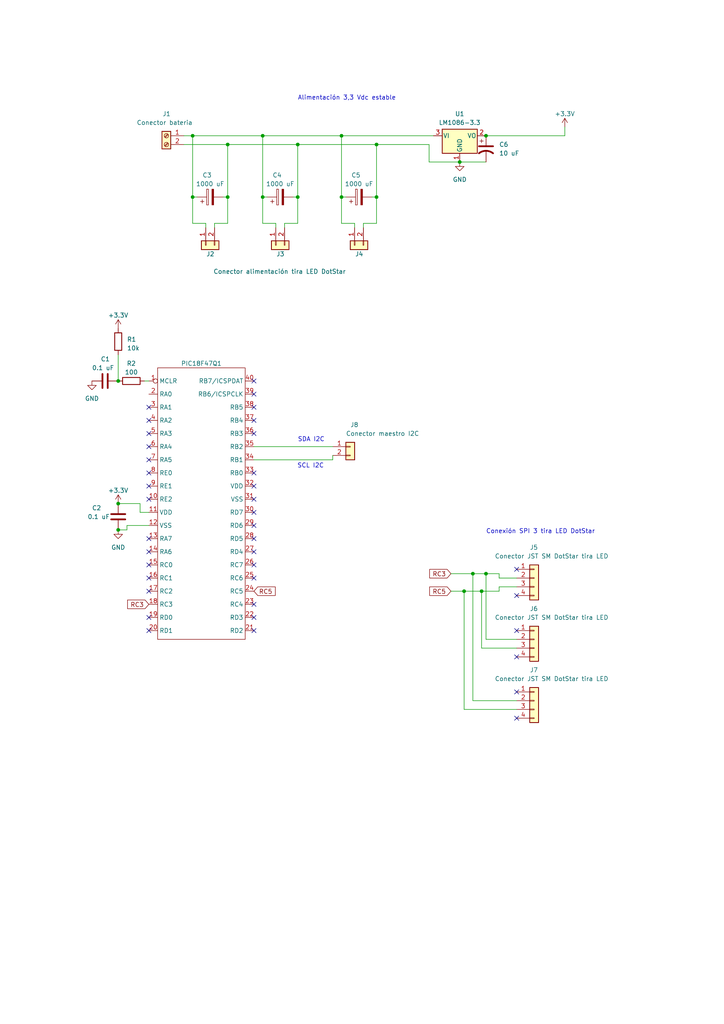
<source format=kicad_sch>
(kicad_sch (version 20230121) (generator eeschema)
  (paper "A4" portrait)
  (lib_symbols
    (symbol "Connector:Screw_Terminal_01x02" (pin_names (offset 1.016) hide)
      (property "Reference" "J" (at 0 2.54 0))
      (property "Value" "Screw_Terminal_01x02" (at 0 -5.08 0))
      (symbol "Screw_Terminal_01x02_1_1"
        (rectangle (start -1.27 1.27) (end 1.27 -3.81) (stroke (width 0.254)) (fill (type background)))
        (circle (center 0 -2.54) (radius 0.635) (stroke (width 0.1524)))
        (polyline (pts (xy -0.5334 -2.2098) (xy 0.3302 -3.048)) (stroke (width 0.1524)))
        (polyline (pts (xy -0.5334 0.3302) (xy 0.3302 -0.508)) (stroke (width 0.1524)))
        (polyline (pts (xy -0.3556 -2.032) (xy 0.508 -2.8702)) (stroke (width 0.1524)))
        (polyline (pts (xy -0.3556 0.508) (xy 0.508 -0.3302)) (stroke (width 0.1524)))
        (circle (center 0 0) (radius 0.635) (stroke (width 0.1524)))
        (pin passive line (at -5.08 0 0) (length 3.81) (name "Pin_1") (number "1"))
        (pin passive line (at -5.08 -2.54 0) (length 3.81) (name "Pin_2") (number "2"))
      )
    )
    (symbol "Connector_Generic:Conn_01x02" (pin_names (offset 1.016) hide)
      (property "Reference" "J" (at 0 2.54 0))
      (property "Value" "Conn_01x02" (at 0 -5.08 0))
      (symbol "Conn_01x02_1_1"
        (rectangle (start -1.27 -2.413) (end 0 -2.667) (stroke (width 0.1524)))
        (rectangle (start -1.27 0.127) (end 0 -0.127) (stroke (width 0.1524)))
        (rectangle (start -1.27 1.27) (end 1.27 -3.81) (stroke (width 0.254)) (fill (type background)))
        (pin passive line (at -5.08 0 0) (length 3.81) (name "Pin_1") (number "1"))
        (pin passive line (at -5.08 -2.54 0) (length 3.81) (name "Pin_2") (number "2"))
      )
    )
    (symbol "Connector_Generic:Conn_01x04" (pin_names (offset 1.016) hide)
      (property "Reference" "J" (at 0 5.08 0))
      (property "Value" "Conn_01x04" (at 0 -7.62 0))
      (symbol "Conn_01x04_1_1"
        (rectangle (start -1.27 -4.953) (end 0 -5.207) (stroke (width 0.1524)))
        (rectangle (start -1.27 -2.413) (end 0 -2.667) (stroke (width 0.1524)))
        (rectangle (start -1.27 0.127) (end 0 -0.127) (stroke (width 0.1524)))
        (rectangle (start -1.27 2.667) (end 0 2.413) (stroke (width 0.1524)))
        (rectangle (start -1.27 3.81) (end 1.27 -6.35) (stroke (width 0.254)) (fill (type background)))
        (pin passive line (at -5.08 2.54 0) (length 3.81) (name "Pin_1") (number "1"))
        (pin passive line (at -5.08 0 0) (length 3.81) (name "Pin_2") (number "2"))
        (pin passive line (at -5.08 -2.54 0) (length 3.81) (name "Pin_3") (number "3"))
        (pin passive line (at -5.08 -5.08 0) (length 3.81) (name "Pin_4") (number "4"))
      )
    )
    (symbol "Device:C" (pin_numbers hide) (pin_names (offset 0.254))
      (property "Reference" "C" (at 0.635 2.54 0))
      (property "Value" "C" (at 0.635 -2.54 0))
      (symbol "C_0_1"
        (polyline (pts (xy -2.032 -0.762) (xy 2.032 -0.762)) (stroke (width 0.508)))
        (polyline (pts (xy -2.032 0.762) (xy 2.032 0.762)) (stroke (width 0.508)))
      )
      (symbol "C_1_1"
        (pin passive line (at 0 3.81 270) (length 2.794) (name "~") (number "1"))
        (pin passive line (at 0 -3.81 90) (length 2.794) (name "~") (number "2"))
      )
    )
    (symbol "Device:C_Polarized" (pin_numbers hide) (pin_names (offset 0.254))
      (property "Reference" "C" (at 0.635 2.54 0))
      (property "Value" "C_Polarized" (at 0.635 -2.54 0))
      (symbol "C_Polarized_0_1"
        (rectangle (start -2.286 0.508) (end 2.286 1.016))
        (polyline (pts (xy -1.778 2.286) (xy -0.762 2.286)))
        (polyline (pts (xy -1.27 2.794) (xy -1.27 1.778)))
        (rectangle (start 2.286 -0.508) (end -2.286 -1.016) (fill (type outline)))
      )
      (symbol "C_Polarized_1_1"
        (pin passive line (at 0 3.81 270) (length 2.794) (name "~") (number "1"))
        (pin passive line (at 0 -3.81 90) (length 2.794) (name "~") (number "2"))
      )
    )
    (symbol "Device:C_Polarized_US" (pin_numbers hide) (pin_names (offset 0.254) hide)
      (property "Reference" "C" (at 0.635 2.54 0))
      (property "Value" "C_Polarized_US" (at 0.635 -2.54 0))
      (symbol "C_Polarized_US_0_1"
        (polyline (pts (xy -2.032 0.762) (xy 2.032 0.762)) (stroke (width 0.508)))
        (polyline (pts (xy -1.778 2.286) (xy -0.762 2.286)))
        (polyline (pts (xy -1.27 1.778) (xy -1.27 2.794)))
        (arc (start 2.032 -1.27) (mid 0 -0.5572) (end -2.032 -1.27) (stroke (width 0.508)))
      )
      (symbol "C_Polarized_US_1_1"
        (pin passive line (at 0 3.81 270) (length 2.794) (name "~") (number "1"))
        (pin passive line (at 0 -3.81 90) (length 3.302) (name "~") (number "2"))
      )
    )
    (symbol "Device:R" (pin_numbers hide) (pin_names (offset 0))
      (property "Reference" "R" (at 2.032 0 90))
      (property "Value" "R" (at 0 0 90))
      (symbol "R_0_1"
        (rectangle (start -1.016 -2.54) (end 1.016 2.54) (stroke (width 0.254)))
      )
      (symbol "R_1_1"
        (pin passive line (at 0 3.81 270) (length 1.27) (name "~") (number "1"))
        (pin passive line (at 0 -3.81 90) (length 1.27) (name "~") (number "2"))
      )
    )
    (symbol "PIC18F47Q10:PIC18F47Q10"
      (property "Reference" "PIC18F47Q10" (at 1.27 67.31 0))
      (symbol "PIC18F47Q10_0_1"
        (rectangle (start -11.43 66.04) (end 13.97 -12.7))
      )
      (symbol "PIC18F47Q10_1_1"
        (pin bidirectional inverted (at -13.97 62.23 0) (length 2.54) (name "MCLR") (number "1"))
        (pin bidirectional line (at -13.97 27.94 0) (length 2.54) (name "RE2") (number "10"))
        (pin power_in line (at -13.97 24.13 0) (length 2.54) (name "VDD") (number "11"))
        (pin power_in line (at -13.97 20.32 0) (length 2.54) (name "VSS") (number "12"))
        (pin bidirectional line (at -13.97 16.51 0) (length 2.54) (name "RA7") (number "13"))
        (pin bidirectional line (at -13.97 12.7 0) (length 2.54) (name "RA6") (number "14"))
        (pin bidirectional line (at -13.97 8.89 0) (length 2.54) (name "RC0") (number "15"))
        (pin bidirectional line (at -13.97 5.08 0) (length 2.54) (name "RC1") (number "16"))
        (pin bidirectional line (at -13.97 1.27 0) (length 2.54) (name "RC2") (number "17"))
        (pin bidirectional line (at -13.97 -2.54 0) (length 2.54) (name "RC3") (number "18"))
        (pin bidirectional line (at -13.97 -6.35 0) (length 2.54) (name "RD0") (number "19"))
        (pin bidirectional line (at -13.97 58.42 0) (length 2.54) (name "RA0") (number "2"))
        (pin bidirectional line (at -13.97 -10.16 0) (length 2.54) (name "RD1") (number "20"))
        (pin bidirectional line (at 16.51 -10.16 180) (length 2.54) (name "RD2") (number "21"))
        (pin bidirectional line (at 16.51 -6.35 180) (length 2.54) (name "RD3") (number "22"))
        (pin bidirectional line (at 16.51 -2.54 180) (length 2.54) (name "RC4") (number "23"))
        (pin bidirectional line (at 16.51 1.27 180) (length 2.54) (name "RC5") (number "24"))
        (pin bidirectional line (at 16.51 5.08 180) (length 2.54) (name "RC6") (number "25"))
        (pin bidirectional line (at 16.51 8.89 180) (length 2.54) (name "RC7") (number "26"))
        (pin bidirectional line (at 16.51 12.7 180) (length 2.54) (name "RD4") (number "27"))
        (pin bidirectional line (at 16.51 16.51 180) (length 2.54) (name "RD5") (number "28"))
        (pin bidirectional line (at 16.51 20.32 180) (length 2.54) (name "RD6") (number "29"))
        (pin bidirectional line (at -13.97 54.61 0) (length 2.54) (name "RA1") (number "3"))
        (pin bidirectional line (at 16.51 24.13 180) (length 2.54) (name "RD7") (number "30"))
        (pin power_in line (at 16.51 27.94 180) (length 2.54) (name "VSS") (number "31"))
        (pin power_in line (at 16.51 31.75 180) (length 2.54) (name "VDD") (number "32"))
        (pin bidirectional line (at 16.51 35.56 180) (length 2.54) (name "RB0") (number "33"))
        (pin bidirectional line (at 16.51 39.37 180) (length 2.54) (name "RB1") (number "34"))
        (pin bidirectional line (at 16.51 43.18 180) (length 2.54) (name "RB2") (number "35"))
        (pin bidirectional line (at 16.51 46.99 180) (length 2.54) (name "RB3") (number "36"))
        (pin bidirectional line (at 16.51 50.8 180) (length 2.54) (name "RB4") (number "37"))
        (pin bidirectional line (at 16.51 54.61 180) (length 2.54) (name "RB5") (number "38"))
        (pin bidirectional line (at 16.51 58.42 180) (length 2.54) (name "RB6/ICSPCLK") (number "39"))
        (pin bidirectional line (at -13.97 50.8 0) (length 2.54) (name "RA2") (number "4"))
        (pin bidirectional line (at 16.51 62.23 180) (length 2.54) (name "RB7/ICSPDAT") (number "40"))
        (pin bidirectional line (at -13.97 46.99 0) (length 2.54) (name "RA3") (number "5"))
        (pin bidirectional line (at -13.97 43.18 0) (length 2.54) (name "RA4") (number "6"))
        (pin bidirectional line (at -13.97 39.37 0) (length 2.54) (name "RA5") (number "7"))
        (pin bidirectional line (at -13.97 35.56 0) (length 2.54) (name "RE0") (number "8"))
        (pin bidirectional line (at -13.97 31.75 0) (length 2.54) (name "RE1") (number "9"))
      )
    )
    (symbol "Regulator_Linear:LM1084-3.3" (pin_names (offset 0.254))
      (property "Reference" "U" (at -3.81 3.175 0))
      (property "Value" "LM1084-3.3" (at 0 3.175 0))
      (symbol "LM1084-3.3_0_1"
        (rectangle (start -5.08 1.905) (end 5.08 -5.08) (stroke (width 0.254)) (fill (type background)))
      )
      (symbol "LM1084-3.3_1_1"
        (pin power_in line (at 0 -7.62 90) (length 2.54) (name "GND") (number "1"))
        (pin power_out line (at 7.62 0 180) (length 2.54) (name "VO") (number "2"))
        (pin power_in line (at -7.62 0 0) (length 2.54) (name "VI") (number "3"))
      )
    )
    (symbol "power:+3.3V" (power) (pin_names (offset 0))
      (property "Value" "+3.3V" (at 0 3.556 0))
      (symbol "+3.3V_0_1"
        (polyline (pts (xy -0.762 1.27) (xy 0 2.54)))
        (polyline (pts (xy 0 0) (xy 0 2.54)))
        (polyline (pts (xy 0 2.54) (xy 0.762 1.27)))
      )
      (symbol "+3.3V_1_1"
        (pin power_in line (at 0 0 90) (length 0) hide (name "+3.3V") (number "1"))
      )
    )
    (symbol "power:GND" (power) (pin_names (offset 0))
      (property "Value" "GND" (at 0 -3.81 0))
      (symbol "GND_0_1"
        (polyline (pts (xy 0 0) (xy 0 -1.27) (xy 1.27 -1.27) (xy 0 -2.54) (xy -1.27 -1.27) (xy 0 -1.27)))
      )
      (symbol "GND_1_1"
        (pin power_in line (at 0 0 270) (length 0) hide (name "GND") (number "1"))
      )
    )
  )
  (junction (at 109.22 57.15))
  (junction (at 140.97 166.37))
  (junction (at 134.62 171.45))
  (junction (at 140.97 39.37))
  (junction (at 139.7 171.45))
  (junction (at 66.04 57.15))
  (junction (at 133.35 46.99))
  (junction (at 99.06 39.37))
  (junction (at 55.88 39.37))
  (junction (at 76.2 39.37))
  (junction (at 66.04 41.91))
  (junction (at 109.22 41.91))
  (junction (at 86.36 57.15))
  (junction (at 34.29 146.05))
  (junction (at 86.36 41.91))
  (junction (at 137.16 166.37))
  (junction (at 55.88 57.15))
  (junction (at 34.29 110.49))
  (junction (at 76.2 57.15))
  (junction (at 34.29 153.67))
  (junction (at 99.06 57.15))
  (no_connect (at 73.66 167.64))
  (no_connect (at 73.66 114.3))
  (no_connect (at 73.66 179.07))
  (no_connect (at 43.18 182.88))
  (no_connect (at 43.18 163.83))
  (no_connect (at 43.18 137.16))
  (no_connect (at 73.66 125.73))
  (no_connect (at 149.86 200.66))
  (no_connect (at 43.18 133.35))
  (no_connect (at 73.66 163.83))
  (no_connect (at 73.66 121.92))
  (no_connect (at 149.86 190.5))
  (no_connect (at 149.86 165.1))
  (no_connect (at 43.18 167.64))
  (no_connect (at 73.66 160.02))
  (no_connect (at 43.18 125.73))
  (no_connect (at 43.18 129.54))
  (no_connect (at 73.66 182.88))
  (no_connect (at 43.18 160.02))
  (no_connect (at 43.18 144.78))
  (no_connect (at 73.66 137.16))
  (no_connect (at 43.18 118.11))
  (no_connect (at 149.86 182.88))
  (no_connect (at 43.18 140.97))
  (no_connect (at 73.66 148.59))
  (no_connect (at 43.18 156.21))
  (no_connect (at 73.66 152.4))
  (no_connect (at 73.66 110.49))
  (no_connect (at 73.66 144.78))
  (no_connect (at 149.86 208.28))
  (no_connect (at 73.66 175.26))
  (no_connect (at 43.18 121.92))
  (no_connect (at 73.66 118.11))
  (no_connect (at 73.66 140.97))
  (no_connect (at 149.86 172.72))
  (no_connect (at 43.18 171.45))
  (no_connect (at 43.18 179.07))
  (no_connect (at 73.66 156.21))
  (wire (pts (xy 53.34 39.37) (xy 55.88 39.37)))
  (wire (pts (xy 139.7 171.45) (xy 144.78 171.45)))
  (wire (pts (xy 55.88 39.37) (xy 76.2 39.37)))
  (wire (pts (xy 34.29 146.05) (xy 40.64 146.05)))
  (wire (pts (xy 99.06 39.37) (xy 99.06 57.15)))
  (wire (pts (xy 53.34 41.91) (xy 66.04 41.91)))
  (wire (pts (xy 82.55 64.77) (xy 86.36 64.77)))
  (wire (pts (xy 86.36 41.91) (xy 86.36 57.15)))
  (wire (pts (xy 62.23 64.77) (xy 66.04 64.77)))
  (wire (pts (xy 140.97 166.37) (xy 144.78 166.37)))
  (wire (pts (xy 105.41 64.77) (xy 109.22 64.77)))
  (wire (pts (xy 55.88 39.37) (xy 55.88 57.15)))
  (wire (pts (xy 76.2 39.37) (xy 76.2 57.15)))
  (wire (pts (xy 62.23 66.04) (xy 62.23 64.77)))
  (wire (pts (xy 96.52 133.35) (xy 96.52 132.08)))
  (wire (pts (xy 102.87 66.04) (xy 102.87 64.77)))
  (wire (pts (xy 99.06 57.15) (xy 100.33 57.15)))
  (wire (pts (xy 76.2 57.15) (xy 77.47 57.15)))
  (wire (pts (xy 163.83 36.83) (xy 163.83 39.37)))
  (wire (pts (xy 140.97 185.42) (xy 149.86 185.42)))
  (wire (pts (xy 76.2 64.77) (xy 76.2 57.15)))
  (wire (pts (xy 105.41 66.04) (xy 105.41 64.77)))
  (wire (pts (xy 144.78 167.64) (xy 149.86 167.64)))
  (wire (pts (xy 139.7 187.96) (xy 139.7 171.45)))
  (wire (pts (xy 133.35 46.99) (xy 140.97 46.99)))
  (wire (pts (xy 41.91 110.49) (xy 43.18 110.49)))
  (wire (pts (xy 102.87 64.77) (xy 99.06 64.77)))
  (wire (pts (xy 82.55 66.04) (xy 82.55 64.77)))
  (wire (pts (xy 109.22 41.91) (xy 124.46 41.91)))
  (wire (pts (xy 134.62 171.45) (xy 134.62 205.74)))
  (wire (pts (xy 66.04 41.91) (xy 86.36 41.91)))
  (wire (pts (xy 64.77 57.15) (xy 66.04 57.15)))
  (wire (pts (xy 43.18 148.59) (xy 40.64 148.59)))
  (wire (pts (xy 73.66 129.54) (xy 96.52 129.54)))
  (wire (pts (xy 59.69 64.77) (xy 55.88 64.77)))
  (wire (pts (xy 80.01 64.77) (xy 76.2 64.77)))
  (wire (pts (xy 124.46 46.99) (xy 133.35 46.99)))
  (wire (pts (xy 137.16 166.37) (xy 140.97 166.37)))
  (wire (pts (xy 36.83 153.67) (xy 34.29 153.67)))
  (wire (pts (xy 66.04 41.91) (xy 66.04 57.15)))
  (wire (pts (xy 140.97 185.42) (xy 140.97 166.37)))
  (wire (pts (xy 140.97 39.37) (xy 163.83 39.37)))
  (wire (pts (xy 86.36 57.15) (xy 86.36 64.77)))
  (wire (pts (xy 73.66 133.35) (xy 96.52 133.35)))
  (wire (pts (xy 144.78 171.45) (xy 144.78 170.18)))
  (wire (pts (xy 55.88 64.77) (xy 55.88 57.15)))
  (wire (pts (xy 130.81 166.37) (xy 137.16 166.37)))
  (wire (pts (xy 43.18 152.4) (xy 36.83 152.4)))
  (wire (pts (xy 130.81 171.45) (xy 134.62 171.45)))
  (wire (pts (xy 59.69 66.04) (xy 59.69 64.77)))
  (wire (pts (xy 99.06 64.77) (xy 99.06 57.15)))
  (wire (pts (xy 55.88 57.15) (xy 57.15 57.15)))
  (wire (pts (xy 144.78 170.18) (xy 149.86 170.18)))
  (wire (pts (xy 66.04 57.15) (xy 66.04 64.77)))
  (wire (pts (xy 109.22 57.15) (xy 109.22 64.77)))
  (wire (pts (xy 144.78 166.37) (xy 144.78 167.64)))
  (wire (pts (xy 107.95 57.15) (xy 109.22 57.15)))
  (wire (pts (xy 85.09 57.15) (xy 86.36 57.15)))
  (wire (pts (xy 139.7 187.96) (xy 149.86 187.96)))
  (wire (pts (xy 40.64 146.05) (xy 40.64 148.59)))
  (wire (pts (xy 34.29 102.87) (xy 34.29 110.49)))
  (wire (pts (xy 86.36 41.91) (xy 109.22 41.91)))
  (wire (pts (xy 134.62 171.45) (xy 139.7 171.45)))
  (wire (pts (xy 76.2 39.37) (xy 99.06 39.37)))
  (wire (pts (xy 137.16 203.2) (xy 137.16 166.37)))
  (wire (pts (xy 137.16 203.2) (xy 149.86 203.2)))
  (wire (pts (xy 124.46 41.91) (xy 124.46 46.99)))
  (wire (pts (xy 36.83 152.4) (xy 36.83 153.67)))
  (wire (pts (xy 109.22 41.91) (xy 109.22 57.15)))
  (wire (pts (xy 99.06 39.37) (xy 125.73 39.37)))
  (wire (pts (xy 149.86 205.74) (xy 134.62 205.74)))
  (wire (pts (xy 80.01 66.04) (xy 80.01 64.77)))
  (text "SCL I2C" (at 93.98 135.89 0) (effects (font (size 1.27 1.27)) (justify right bottom)))
  (text "Alimentación 3,3 Vdc estable" (at 86.36 29.21 0) (effects (font (size 1.27 1.27)) (justify left bottom)))
  (text "SDA I2C" (at 86.36 128.27 0) (effects (font (size 1.27 1.27)) (justify left bottom)))
  (text "Conexión SPI 3 tira LED DotStar" (at 140.97 154.94 0) (effects (font (size 1.27 1.27)) (justify left bottom)))
  (global_label "RC3" (shape input) (at 130.81 166.37 180) (property "Intersheetrefs" "${INTERSHEET_REFS}" (effects hide)))
  (global_label "RC5" (shape input) (at 130.81 171.45 180) (property "Intersheetrefs" "${INTERSHEET_REFS}" (effects hide)))
  (global_label "RC3" (shape input) (at 43.18 175.26 180) (property "Intersheetrefs" "${INTERSHEET_REFS}" (effects hide)))
  (global_label "RC5" (shape input) (at 73.66 171.45 0) (property "Intersheetrefs" "${INTERSHEET_REFS}" (effects hide)))
  (symbol (lib_id "power:+3.3V") (at 163.83 36.83 0) (unit 1)
    (property "Reference" "#PWR09" (effects hide))
    (property "Value" "+3.3V" (at 163.83 33.02 0))
  )
  (symbol (lib_id "Connector_Generic:Conn_01x04") (at 154.94 167.64 0) (unit 1)
    (property "Reference" "J5" (at 153.67 158.75 0) (effects (justify left)))
    (property "Value" "Conector JST SM DotStar tira LED" (at 143.51 161.29 0) (effects (justify left)))
  )
  (symbol (lib_id "Device:C_Polarized_US") (at 140.97 43.18 0) (unit 1)
    (property "Reference" "C6" (at 144.78 41.91 0) (effects (justify left)))
    (property "Value" "10 uF" (at 144.78 44.45 0) (effects (justify left)))
  )
  (symbol (lib_id "Device:C_Polarized") (at 81.28 57.15 90) (unit 1)
    (property "Reference" "C4" (at 80.391 50.8 90))
    (property "Value" "1000 uF" (at 81.28 53.34 90))
  )
  (symbol (lib_id "Device:C") (at 30.48 110.49 270) (unit 1)
    (property "Reference" "C1" (at 29.21 104.14 90) (effects (justify left)))
    (property "Value" "0.1 uF" (at 26.67 106.68 90) (effects (justify left)))
  )
  (symbol (lib_id "Connector_Generic:Conn_01x02") (at 59.69 71.12 90) (mirror x) (unit 1)
    (property "Reference" "J2" (at 62.23 73.66 90) (effects (justify left)))
    (property "Value" "Conector alimentación tira LED DotStar" (effects hide))
  )
  (symbol (lib_id "power:GND") (at 133.35 46.99 0) (unit 1)
    (property "Reference" "#PWR07" (effects hide))
    (property "Value" "GND" (at 133.35 52.07 0))
  )
  (symbol (lib_id "Device:R") (at 34.29 99.06 0) (unit 1)
    (property "Reference" "R1" (at 36.83 98.425 0) (effects (justify left)))
    (property "Value" "10k" (at 36.83 100.965 0) (effects (justify left)))
  )
  (symbol (lib_id "Connector_Generic:Conn_01x04") (at 154.94 185.42 0) (unit 1)
    (property "Reference" "J6" (at 153.67 176.53 0) (effects (justify left)))
    (property "Value" "Conector JST SM DotStar tira LED" (at 143.51 179.07 0) (effects (justify left)))
  )
  (symbol (lib_id "power:+3.3V") (at 34.29 146.05 0) (unit 1)
    (property "Reference" "#PWR03" (effects hide))
    (property "Value" "+3.3V" (at 34.29 142.24 0))
  )
  (symbol (lib_id "PIC18F47Q10:PIC18F47Q10") (at 57.15 172.72 0) (unit 1)
    (property "Reference" "PIC18F47Q1" (at 58.42 105.41 0))
    (property "Value" "~" (at 67.31 179.07 0))
  )
  (symbol (lib_id "Connector_Generic:Conn_01x02") (at 102.87 71.12 90) (mirror x) (unit 1)
    (property "Reference" "J4" (at 105.41 73.66 90) (effects (justify left)))
    (property "Value" "Conector alimentación tira LED DotStar" (at 100.33 78.74 90) (effects (justify left)))
  )
  (symbol (lib_id "Device:C_Polarized") (at 60.96 57.15 90) (unit 1)
    (property "Reference" "C3" (at 60.071 50.8 90))
    (property "Value" "1000 uF" (at 60.96 53.34 90))
  )
  (symbol (lib_id "Regulator_Linear:LM1084-3.3") (at 133.35 39.37 0) (unit 1)
    (property "Reference" "U1" (at 133.35 33.02 0))
    (property "Value" "LM1086-3.3" (at 133.35 35.56 0))
    (property "Datasheet" "http://www.ti.com/lit/ds/symlink/lm1084.pdf" (effects hide))
  )
  (symbol (lib_id "Device:C") (at 34.29 149.86 0) (unit 1)
    (property "Reference" "C2" (at 26.67 147.32 0) (effects (justify left)))
    (property "Value" "0.1 uF" (at 25.4 149.86 0) (effects (justify left)))
  )
  (symbol (lib_id "power:+3.3V") (at 34.29 95.25 0) (unit 1)
    (property "Reference" "#PWR02" (effects hide))
    (property "Value" "+3.3V" (at 34.29 91.44 0))
  )
  (symbol (lib_id "Device:C_Polarized") (at 104.14 57.15 90) (unit 1)
    (property "Reference" "C5" (at 103.251 50.8 90))
    (property "Value" "1000 uF" (at 104.14 53.34 90))
  )
  (symbol (lib_id "power:GND") (at 34.29 153.67 0) (unit 1)
    (property "Reference" "#PWR04" (effects hide))
    (property "Value" "GND" (at 34.29 158.75 0))
  )
  (symbol (lib_id "Connector_Generic:Conn_01x04") (at 154.94 203.2 0) (unit 1)
    (property "Reference" "J7" (at 153.67 194.31 0) (effects (justify left)))
    (property "Value" "Conector JST SM DotStar tira LED" (at 143.51 196.85 0) (effects (justify left)))
  )
  (symbol (lib_id "Connector_Generic:Conn_01x02") (at 80.01 71.12 90) (mirror x) (unit 1)
    (property "Reference" "J3" (at 82.55 73.66 90) (effects (justify left)))
    (property "Value" "Conector alimentación tira LED DotStar" (effects hide))
  )
  (symbol (lib_id "Device:R") (at 38.1 110.49 90) (unit 1)
    (property "Reference" "R2" (at 38.1 105.41 90))
    (property "Value" "100" (at 38.1 107.95 90))
  )
  (symbol (lib_id "Connector:Screw_Terminal_01x02") (at 48.26 39.37 0) (mirror y) (unit 1)
    (property "Reference" "J1" (at 49.53 33.02 0) (effects (justify left)))
    (property "Value" "Conector bateria" (at 55.88 35.56 0) (effects (justify left)))
  )
  (symbol (lib_id "power:GND") (at 26.67 110.49 0) (unit 1)
    (property "Reference" "#PWR01" (effects hide))
    (property "Value" "GND" (at 26.67 115.57 0))
  )
  (symbol (lib_id "Connector_Generic:Conn_01x02") (at 101.6 129.54 0) (unit 1)
    (property "Reference" "J8" (at 101.6 123.19 0) (effects (justify left)))
    (property "Value" "Conector maestro I2C" (at 100.33 125.73 0) (effects (justify left)))
  )
)
</source>
